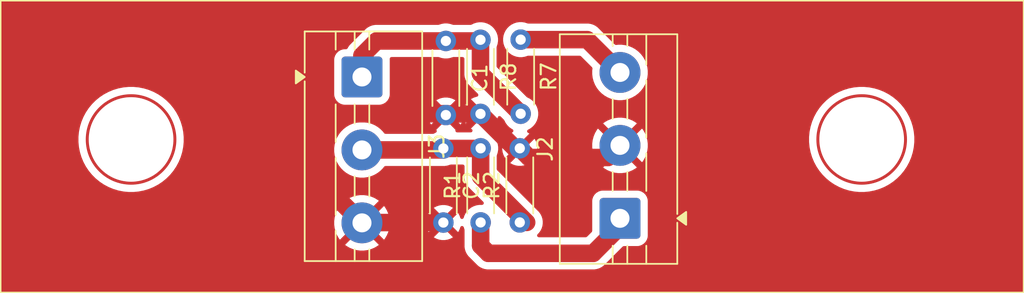
<source format=kicad_pcb>
(kicad_pcb (version 20241229) (generator "pcbnew") (generator_version "9.0")
  (layers (0 "F.Cu" signal) (2 "B.Cu" signal) (13 "F.Paste" user) (15 "B.Paste" user) (5 "F.SilkS" user "F.Silkscreen") (7 "B.SilkS" user "B.Silkscreen") (1 "F.Mask" user) (3 "B.Mask" user) (25 "Edge.Cuts" user))
  (net 0 "")
  (net 1 "GND")
  (net 2 "IBAT_U")
  (net 3 "VBAT_U")
  (net 4 "VBAT+")
  (net 5 "VBAT_OUT")
  (footprint "Resistor_THT:R_Axial_DIN0204_L3.6mm_D1.6mm_P5.08mm_Horizontal" (layer "F.Cu") (at 190.2825 28.3675 -90)
    (property "Reference" "C2" (at 2.54 -1.92 90) (layer "F.SilkS"))
    (property "Value" "C")
    (fp_line (start 0.62 0.92) (end 4.46 0.92) (stroke (width 0.12)) (layer "F.SilkS"))
    (fp_line (start 0.62 -0.92) (end 4.46 -0.92) (stroke (width 0.12)) (layer "F.SilkS"))
    (pad "1" thru_hole circle (at 0 0 270) (size 1.4 1.4) (drill 0.7) (layers "*.Cu" "*.Mask") (net 2 "IBAT_U"))
    (pad "2" thru_hole circle (at 5.08 0 270) (size 1.4 1.4) (drill 0.7) (layers "*.Cu" "*.Mask") (net 1 "GND"))
  )
  (footprint "Resistor_THT:R_Axial_DIN0204_L3.6mm_D1.6mm_P5.08mm_Horizontal" (layer "F.Cu") (at 195.5125 33.4375 90)
    (property "Reference" "R2" (at 2.54 -1.92 90) (layer "F.SilkS"))
    (property "Value" "10k")
    (fp_line (start 0.62 -0.92) (end 4.46 -0.92) (stroke (width 0.12)) (layer "F.SilkS"))
    (fp_line (start 0.62 0.92) (end 4.46 0.92) (stroke (width 0.12)) (layer "F.SilkS"))
    (pad "1" thru_hole circle (at 0 0 90) (size 1.4 1.4) (drill 0.7) (layers "*.Cu" "*.Mask") (net 2 "IBAT_U"))
    (pad "2" thru_hole circle (at 5.08 0 90) (size 1.4 1.4) (drill 0.7) (layers "*.Cu" "*.Mask") (net 1 "GND"))
  )
  (footprint "Resistor_THT:R_Axial_DIN0204_L3.6mm_D1.6mm_P5.08mm_Horizontal" (layer "F.Cu") (at 192.8325 33.4375 90)
    (property "Reference" "R1" (at 2.54 -1.92 90) (layer "F.SilkS"))
    (property "Value" "10K")
    (fp_line (start 0.62 -0.92) (end 4.46 -0.92) (stroke (width 0.12)) (layer "F.SilkS"))
    (fp_line (start 0.62 0.92) (end 4.46 0.92) (stroke (width 0.12)) (layer "F.SilkS"))
    (pad "1" thru_hole circle (at 0 0 90) (size 1.4 1.4) (drill 0.7) (layers "*.Cu" "*.Mask") (net 5 "VBAT_OUT"))
    (pad "2" thru_hole circle (at 5.08 0 90) (size 1.4 1.4) (drill 0.7) (layers "*.Cu" "*.Mask") (net 2 "IBAT_U"))
  )
  (footprint "Resistor_THT:R_Axial_DIN0204_L3.6mm_D1.6mm_P5.08mm_Horizontal" (layer "F.Cu") (at 195.5725 20.9075 -90)
    (property "Reference" "R7" (at 2.54 -1.92 90) (layer "F.SilkS"))
    (property "Value" "220k")
    (fp_line (start 0.62 0.92) (end 4.46 0.92) (stroke (width 0.12)) (layer "F.SilkS"))
    (fp_line (start 0.62 -0.92) (end 4.46 -0.92) (stroke (width 0.12)) (layer "F.SilkS"))
    (pad "1" thru_hole circle (at 0 0 270) (size 1.4 1.4) (drill 0.7) (layers "*.Cu" "*.Mask") (net 4 "VBAT+"))
    (pad "2" thru_hole circle (at 5.08 0 270) (size 1.4 1.4) (drill 0.7) (layers "*.Cu" "*.Mask") (net 3 "VBAT_U"))
  )
  (footprint "TerminalBlock:TerminalBlock_MaiXu_MX126-5.0-03P_1x03_P5.00mm" (layer "F.Cu") (at 202.37 33.1575 90)
    (property "Reference" "J2" (at 4.75 -5.12 90) (layer "F.SilkS"))
    (property "Value" "BATERIA_AUTO")
    (fp_line (start 12.62 -4.12) (end 12.62 3.92) (stroke (width 0.12)) (layer "F.SilkS"))
    (fp_line (start -3.12 -4.12) (end 12.62 -4.12) (stroke (width 0.12)) (layer "F.SilkS"))
    (fp_line (start 11.812 -0.5) (end 12.62 -0.5) (stroke (width 0.12)) (layer "F.SilkS"))
    (fp_line (start 6.812 -0.5) (end 8.188 -0.5) (stroke (width 0.12)) (layer "F.SilkS"))
    (fp_line (start 1.88 -0.5) (end 3.188 -0.5) (stroke (width 0.12)) (layer "F.SilkS"))
    (fp_line (start -3.12 -0.5) (end -1.88 -0.5) (stroke (width 0.12)) (layer "F.SilkS"))
    (fp_line (start 11.812 0.5) (end 12.62 0.5) (stroke (width 0.12)) (layer "F.SilkS"))
    (fp_line (start 6.812 0.5) (end 8.188 0.5) (stroke (width 0.12)) (layer "F.SilkS"))
    (fp_line (start 1.88 0.5) (end 3.188 0.5) (stroke (width 0.12)) (layer "F.SilkS"))
    (fp_line (start -3.12 0.5) (end -1.88 0.5) (stroke (width 0.12)) (layer "F.SilkS"))
    (fp_line (start 10.543 1.8) (end 12.62 1.8) (stroke (width 0.12)) (layer "F.SilkS"))
    (fp_line (start 5.543 1.8) (end 9.457 1.8) (stroke (width 0.12)) (layer "F.SilkS"))
    (fp_line (start 1.88 1.8) (end 4.457 1.8) (stroke (width 0.12)) (layer "F.SilkS"))
    (fp_line (start -3.12 1.8) (end -1.88 1.8) (stroke (width 0.12)) (layer "F.SilkS"))
    (fp_line (start 12.62 3.92) (end 0.3 3.92) (stroke (width 0.12)) (layer "F.SilkS"))
    (fp_line (start -0.3 3.92) (end -3.12 3.92) (stroke (width 0.12)) (layer "F.SilkS"))
    (fp_line (start -3.12 3.92) (end -3.12 -4.12) (stroke (width 0.12)) (layer "F.SilkS"))
    (fp_poly (pts (xy 0 3.92) (xy 0.44 4.53) (xy -0.44 4.53)) (stroke (width 0.12)) (fill yes) (layer "F.SilkS"))
    (pad "1" thru_hole roundrect (at 0 0 90) (size 2.8 2.8) (drill 1.3) (layers "*.Cu" "*.Mask") (roundrect_rratio 0.089286) (net 5 "VBAT_OUT"))
    (pad "2" thru_hole circle (at 5 0 90) (size 2.8 2.8) (drill 1.3) (layers "*.Cu" "*.Mask") (net 1 "GND"))
    (pad "3" thru_hole circle (at 10 0 90) (size 2.8 2.8) (drill 1.3) (layers "*.Cu" "*.Mask") (net 4 "VBAT+"))
  )
  (footprint "TerminalBlock:TerminalBlock_MaiXu_MX126-5.0-03P_1x03_P5.00mm" (layer "F.Cu") (at 184.7125 23.4675 -90)
    (property "Reference" "J3" (at 4.75 -5.12 90) (layer "F.SilkS"))
    (property "Value" "Cableado_hacia_auto")
    (fp_line (start -3.12 3.92) (end -3.12 -4.12) (stroke (width 0.12)) (layer "F.SilkS"))
    (fp_line (start -0.3 3.92) (end -3.12 3.92) (stroke (width 0.12)) (layer "F.SilkS"))
    (fp_line (start 12.62 3.92) (end 0.3 3.92) (stroke (width 0.12)) (layer "F.SilkS"))
    (fp_line (start -3.12 1.8) (end -1.88 1.8) (stroke (width 0.12)) (layer "F.SilkS"))
    (fp_line (start 1.88 1.8) (end 4.457 1.8) (stroke (width 0.12)) (layer "F.SilkS"))
    (fp_line (start 5.543 1.8) (end 9.457 1.8) (stroke (width 0.12)) (layer "F.SilkS"))
    (fp_line (start 10.543 1.8) (end 12.62 1.8) (stroke (width 0.12)) (layer "F.SilkS"))
    (fp_line (start -3.12 0.5) (end -1.88 0.5) (stroke (width 0.12)) (layer "F.SilkS"))
    (fp_line (start 1.88 0.5) (end 3.188 0.5) (stroke (width 0.12)) (layer "F.SilkS"))
    (fp_line (start 6.812 0.5) (end 8.188 0.5) (stroke (width 0.12)) (layer "F.SilkS"))
    (fp_line (start 11.812 0.5) (end 12.62 0.5) (stroke (width 0.12)) (layer "F.SilkS"))
    (fp_line (start -3.12 -0.5) (end -1.88 -0.5) (stroke (width 0.12)) (layer "F.SilkS"))
    (fp_line (start 1.88 -0.5) (end 3.188 -0.5) (stroke (width 0.12)) (layer "F.SilkS"))
    (fp_line (start 6.812 -0.5) (end 8.188 -0.5) (stroke (width 0.12)) (layer "F.SilkS"))
    (fp_line (start 11.812 -0.5) (end 12.62 -0.5) (stroke (width 0.12)) (layer "F.SilkS"))
    (fp_line (start -3.12 -4.12) (end 12.62 -4.12) (stroke (width 0.12)) (layer "F.SilkS"))
    (fp_line (start 12.62 -4.12) (end 12.62 3.92) (stroke (width 0.12)) (layer "F.SilkS"))
    (fp_poly (pts (xy 0 3.92) (xy 0.44 4.53) (xy -0.44 4.53)) (stroke (width 0.12)) (fill yes) (layer "F.SilkS"))
    (pad "1" thru_hole roundrect (at 0 0 270) (size 2.8 2.8) (drill 1.3) (layers "*.Cu" "*.Mask") (roundrect_rratio 0.089286) (net 3 "VBAT_U"))
    (pad "2" thru_hole circle (at 5 0 270) (size 2.8 2.8) (drill 1.3) (layers "*.Cu" "*.Mask") (net 2 "IBAT_U"))
    (pad "3" thru_hole circle (at 10 0 270) (size 2.8 2.8) (drill 1.3) (layers "*.Cu" "*.Mask") (net 1 "GND"))
  )
  (footprint "Resistor_THT:R_Axial_DIN0204_L3.6mm_D1.6mm_P5.08mm_Horizontal" (layer "F.Cu") (at 190.4525 20.9975 -90)
    (property "Reference" "C1" (at 2.55 -2.32 90) (layer "F.SilkS"))
    (property "Value" "C")
    (fp_line (start 0.62 0.92) (end 4.46 0.92) (stroke (width 0.12)) (layer "F.SilkS"))
    (fp_line (start 0.62 -0.92) (end 4.46 -0.92) (stroke (width 0.12)) (layer "F.SilkS"))
    (pad "1" thru_hole circle (at 0 0 270) (size 1.4 1.4) (drill 0.7) (layers "*.Cu" "*.Mask") (net 3 "VBAT_U"))
    (pad "2" thru_hole circle (at 5.08 0 270) (size 1.4 1.4) (drill 0.7) (layers "*.Cu" "*.Mask") (net 1 "GND"))
  )
  (footprint "Resistor_THT:R_Axial_DIN0204_L3.6mm_D1.6mm_P5.08mm_Horizontal" (layer "F.Cu") (at 192.8225 20.9175 -90)
    (property "Reference" "R8" (at 2.54 -1.92 90) (layer "F.SilkS"))
    (property "Value" "4.7k")
    (fp_line (start 0.62 0.92) (end 4.46 0.92) (stroke (width 0.12)) (layer "F.SilkS"))
    (fp_line (start 0.62 -0.92) (end 4.46 -0.92) (stroke (width 0.12)) (layer "F.SilkS"))
    (pad "1" thru_hole circle (at 0 0 270) (size 1.4 1.4) (drill 0.7) (layers "*.Cu" "*.Mask") (net 3 "VBAT_U"))
    (pad "2" thru_hole circle (at 5.08 0 270) (size 1.4 1.4) (drill 0.7) (layers "*.Cu" "*.Mask") (net 1 "GND"))
  )
  (gr_circle (center 168.91 27.75) (end 171.91 27.75) (stroke (width 0.2)) (fill no) (layer "F.Cu"))
  (gr_circle (center 218.91 27.75) (end 221.91 27.75) (stroke (width 0.2)) (fill no) (layer "F.Cu"))
  (gr_rect (start 159.99 18.24) (end 229.99 38.24) (stroke (width 0.1)) (fill no) (layer "F.SilkS"))
  (segment (start 192.8225 25.9975) (end 190.5325 25.9975) (width 1.2) (layer "F.Cu") (net 1))
  (segment (start 184.7325 33.4475) (end 184.7125 33.4675) (width 1.2) (layer "F.Cu") (net 1))
  (segment (start 183.4325 25.9875) (end 181.9825 27.4375) (width 1.2) (layer "F.Cu") (net 1))
  (segment (start 192.8225 25.9975) (end 195.1825 28.3575) (width 1.2) (layer "F.Cu") (net 1))
  (segment (start 190.2825 33.4475) (end 184.7325 33.4475) (width 1.2) (layer "F.Cu") (net 1))
  (segment (start 201.54 28.9875) (end 196.1425 28.9875) (width 1.2) (layer "F.Cu") (net 1))
  (segment (start 202.37 28.1575) (end 201.54 28.9875) (width 1.2) (layer "F.Cu") (net 1))
  (segment (start 181.9825 27.4375) (end 181.9825 30.7375) (width 1.2) (layer "F.Cu") (net 1))
  (segment (start 195.1825 28.3575) (end 195.5125 28.3575) (width 1.2) (layer "F.Cu") (net 1))
  (segment (start 190.3625 25.9875) (end 183.4325 25.9875) (width 1.2) (layer "F.Cu") (net 1))
  (segment (start 190.4525 26.0775) (end 190.3625 25.9875) (width 1.2) (layer "F.Cu") (net 1))
  (segment (start 181.9825 30.7375) (end 184.7125 33.4675) (width 1.2) (layer "F.Cu") (net 1))
  (segment (start 190.5325 25.9975) (end 190.4525 26.0775) (width 1.2) (layer "F.Cu") (net 1))
  (segment (start 196.1425 28.9875) (end 195.5125 28.3575) (width 1.2) (layer "F.Cu") (net 1))
  (segment (start 195.9825 33.4375) (end 192.8325 30.2875) (width 1.2) (layer "F.Cu") (net 2))
  (segment (start 184.7125 28.4675) (end 190.1825 28.4675) (width 1.2) (layer "F.Cu") (net 2))
  (segment (start 192.8225 28.3675) (end 192.8325 28.3575) (width 1.2) (layer "F.Cu") (net 2))
  (segment (start 192.8325 30.2875) (end 192.8325 28.3575) (width 1.2) (layer "F.Cu") (net 2))
  (segment (start 190.1825 28.4675) (end 190.2825 28.3675) (width 1.2) (layer "F.Cu") (net 2))
  (segment (start 190.2825 28.3675) (end 192.8225 28.3675) (width 1.2) (layer "F.Cu") (net 2))
  (segment (start 185.7125 20.9975) (end 190.4525 20.9975) (width 1.2) (layer "F.Cu") (net 3))
  (segment (start 192.7425 20.9975) (end 192.8225 20.9175) (width 1.2) (layer "F.Cu") (net 3))
  (segment (start 184.7125 23.4675) (end 184.7125 21.9975) (width 1.2) (layer "F.Cu") (net 3))
  (segment (start 192.8225 20.9175) (end 192.8225 23.2375) (width 1.2) (layer "F.Cu") (net 3))
  (segment (start 184.7125 21.9975) (end 185.7125 20.9975) (width 1.2) (layer "F.Cu") (net 3))
  (segment (start 190.4525 20.9975) (end 192.7425 20.9975) (width 1.2) (layer "F.Cu") (net 3))
  (segment (start 192.8225 23.2375) (end 195.5725 25.9875) (width 1.2) (layer "F.Cu") (net 3))
  (segment (start 202.37 23.1575) (end 200.12 20.9075) (width 1.2) (layer "F.Cu") (net 4))
  (segment (start 200.12 20.9075) (end 195.5725 20.9075) (width 1.2) (layer "F.Cu") (net 4))
  (segment (start 192.8325 35.0275) (end 192.8325 33.4375) (width 1.2) (layer "F.Cu") (net 5))
  (segment (start 202.37 33.1575) (end 202.37 33.72) (width 1.2) (layer "F.Cu") (net 5))
  (segment (start 193.3625 35.5575) (end 192.8325 35.0275) (width 1.2) (layer "F.Cu") (net 5))
  (segment (start 200.5325 35.5575) (end 193.3625 35.5575) (width 1.2) (layer "F.Cu") (net 5))
  (segment (start 202.37 33.72) (end 200.5325 35.5575) (width 1.2) (layer "F.Cu") (net 5))
  (zone (net 1) (net_name "GND") (layer "F.Cu") (connect_pads (clearance 0.5)) (min_thickness 0.25) (fill yes (thermal_gap 0.5) (thermal_bridge_width 0.5))
    (polygon (pts (xy 159.97 18.21) (xy 229.98 18.26) (xy 229.99 38.24) (xy 159.98 38.23)))
  )
)
</source>
